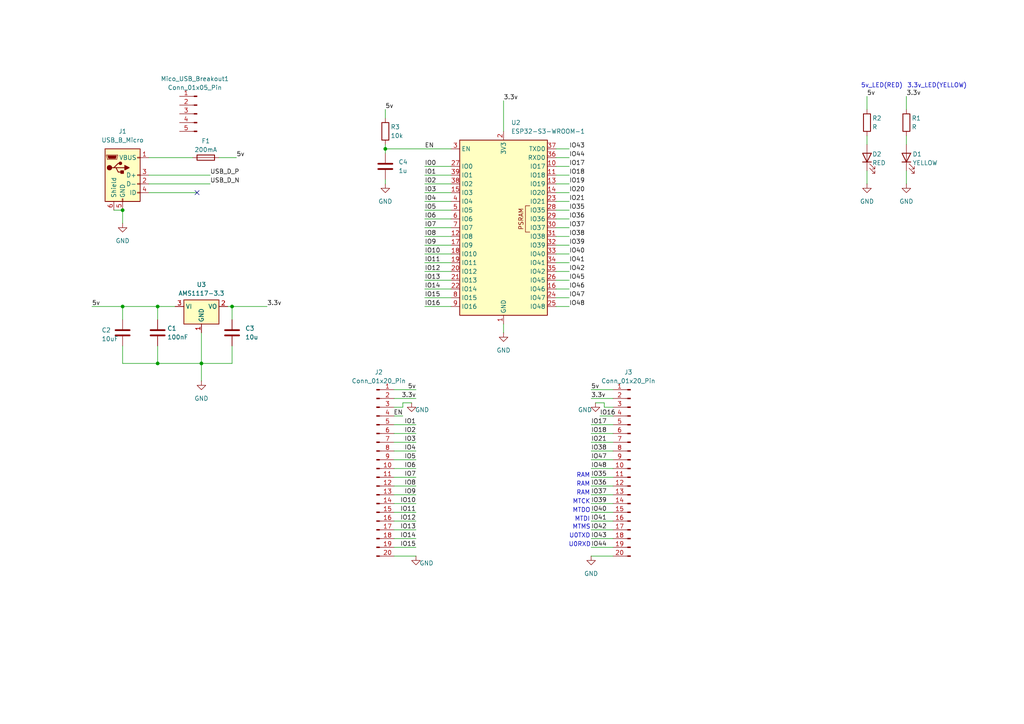
<source format=kicad_sch>
(kicad_sch (version 20231120) (generator "eeschema") (generator_version "8.0")
  (paper "A4")
  (lib_symbols
    (symbol "Connector:Conn_01x05_Pin" (pin_names (offset 1.016) hide)
      (property "Reference" "J" (at 0 7.62 0))
      (property "Value" "Conn_01x05_Pin" (at 0 -7.62 0))
      (symbol "Conn_01x05_Pin_1_1"
        (polyline (pts (xy 1.27 -5.08) (xy 0.8636 -5.08)) (stroke (width 0.1524)))
        (polyline (pts (xy 1.27 -2.54) (xy 0.8636 -2.54)) (stroke (width 0.1524)))
        (polyline (pts (xy 1.27 0) (xy 0.8636 0)) (stroke (width 0.1524)))
        (polyline (pts (xy 1.27 2.54) (xy 0.8636 2.54)) (stroke (width 0.1524)))
        (polyline (pts (xy 1.27 5.08) (xy 0.8636 5.08)) (stroke (width 0.1524)))
        (rectangle (start 0.8636 -4.953) (end 0 -5.207) (stroke (width 0.1524)) (fill (type outline)))
        (rectangle (start 0.8636 -2.413) (end 0 -2.667) (stroke (width 0.1524)) (fill (type outline)))
        (rectangle (start 0.8636 0.127) (end 0 -0.127) (stroke (width 0.1524)) (fill (type outline)))
        (rectangle (start 0.8636 2.667) (end 0 2.413) (stroke (width 0.1524)) (fill (type outline)))
        (rectangle (start 0.8636 5.207) (end 0 4.953) (stroke (width 0.1524)) (fill (type outline)))
        (pin passive line (at 5.08 5.08 180) (length 3.81) (name "Pin_1") (number "1"))
        (pin passive line (at 5.08 2.54 180) (length 3.81) (name "Pin_2") (number "2"))
        (pin passive line (at 5.08 0 180) (length 3.81) (name "Pin_3") (number "3"))
        (pin passive line (at 5.08 -2.54 180) (length 3.81) (name "Pin_4") (number "4"))
        (pin passive line (at 5.08 -5.08 180) (length 3.81) (name "Pin_5") (number "5"))
      )
    )
    (symbol "Connector:Conn_01x20_Pin" (pin_names (offset 1.016) hide)
      (property "Reference" "J" (at 0 25.4 0))
      (property "Value" "Conn_01x20_Pin" (at 0 -27.94 0))
      (symbol "Conn_01x20_Pin_1_1"
        (polyline (pts (xy 1.27 -25.4) (xy 0.8636 -25.4)) (stroke (width 0.1524)))
        (polyline (pts (xy 1.27 -22.86) (xy 0.8636 -22.86)) (stroke (width 0.1524)))
        (polyline (pts (xy 1.27 -20.32) (xy 0.8636 -20.32)) (stroke (width 0.1524)))
        (polyline (pts (xy 1.27 -17.78) (xy 0.8636 -17.78)) (stroke (width 0.1524)))
        (polyline (pts (xy 1.27 -15.24) (xy 0.8636 -15.24)) (stroke (width 0.1524)))
        (polyline (pts (xy 1.27 -12.7) (xy 0.8636 -12.7)) (stroke (width 0.1524)))
        (polyline (pts (xy 1.27 -10.16) (xy 0.8636 -10.16)) (stroke (width 0.1524)))
        (polyline (pts (xy 1.27 -7.62) (xy 0.8636 -7.62)) (stroke (width 0.1524)))
        (polyline (pts (xy 1.27 -5.08) (xy 0.8636 -5.08)) (stroke (width 0.1524)))
        (polyline (pts (xy 1.27 -2.54) (xy 0.8636 -2.54)) (stroke (width 0.1524)))
        (polyline (pts (xy 1.27 0) (xy 0.8636 0)) (stroke (width 0.1524)))
        (polyline (pts (xy 1.27 2.54) (xy 0.8636 2.54)) (stroke (width 0.1524)))
        (polyline (pts (xy 1.27 5.08) (xy 0.8636 5.08)) (stroke (width 0.1524)))
        (polyline (pts (xy 1.27 7.62) (xy 0.8636 7.62)) (stroke (width 0.1524)))
        (polyline (pts (xy 1.27 10.16) (xy 0.8636 10.16)) (stroke (width 0.1524)))
        (polyline (pts (xy 1.27 12.7) (xy 0.8636 12.7)) (stroke (width 0.1524)))
        (polyline (pts (xy 1.27 15.24) (xy 0.8636 15.24)) (stroke (width 0.1524)))
        (polyline (pts (xy 1.27 17.78) (xy 0.8636 17.78)) (stroke (width 0.1524)))
        (polyline (pts (xy 1.27 20.32) (xy 0.8636 20.32)) (stroke (width 0.1524)))
        (polyline (pts (xy 1.27 22.86) (xy 0.8636 22.86)) (stroke (width 0.1524)))
        (rectangle (start 0.8636 -25.273) (end 0 -25.527) (stroke (width 0.1524)) (fill (type outline)))
        (rectangle (start 0.8636 -22.733) (end 0 -22.987) (stroke (width 0.1524)) (fill (type outline)))
        (rectangle (start 0.8636 -20.193) (end 0 -20.447) (stroke (width 0.1524)) (fill (type outline)))
        (rectangle (start 0.8636 -17.653) (end 0 -17.907) (stroke (width 0.1524)) (fill (type outline)))
        (rectangle (start 0.8636 -15.113) (end 0 -15.367) (stroke (width 0.1524)) (fill (type outline)))
        (rectangle (start 0.8636 -12.573) (end 0 -12.827) (stroke (width 0.1524)) (fill (type outline)))
        (rectangle (start 0.8636 -10.033) (end 0 -10.287) (stroke (width 0.1524)) (fill (type outline)))
        (rectangle (start 0.8636 -7.493) (end 0 -7.747) (stroke (width 0.1524)) (fill (type outline)))
        (rectangle (start 0.8636 -4.953) (end 0 -5.207) (stroke (width 0.1524)) (fill (type outline)))
        (rectangle (start 0.8636 -2.413) (end 0 -2.667) (stroke (width 0.1524)) (fill (type outline)))
        (rectangle (start 0.8636 0.127) (end 0 -0.127) (stroke (width 0.1524)) (fill (type outline)))
        (rectangle (start 0.8636 2.667) (end 0 2.413) (stroke (width 0.1524)) (fill (type outline)))
        (rectangle (start 0.8636 5.207) (end 0 4.953) (stroke (width 0.1524)) (fill (type outline)))
        (rectangle (start 0.8636 7.747) (end 0 7.493) (stroke (width 0.1524)) (fill (type outline)))
        (rectangle (start 0.8636 10.287) (end 0 10.033) (stroke (width 0.1524)) (fill (type outline)))
        (rectangle (start 0.8636 12.827) (end 0 12.573) (stroke (width 0.1524)) (fill (type outline)))
        (rectangle (start 0.8636 15.367) (end 0 15.113) (stroke (width 0.1524)) (fill (type outline)))
        (rectangle (start 0.8636 17.907) (end 0 17.653) (stroke (width 0.1524)) (fill (type outline)))
        (rectangle (start 0.8636 20.447) (end 0 20.193) (stroke (width 0.1524)) (fill (type outline)))
        (rectangle (start 0.8636 22.987) (end 0 22.733) (stroke (width 0.1524)) (fill (type outline)))
        (pin passive line (at 5.08 22.86 180) (length 3.81) (name "Pin_1") (number "1"))
        (pin passive line (at 5.08 0 180) (length 3.81) (name "Pin_10") (number "10"))
        (pin passive line (at 5.08 -2.54 180) (length 3.81) (name "Pin_11") (number "11"))
        (pin passive line (at 5.08 -5.08 180) (length 3.81) (name "Pin_12") (number "12"))
        (pin passive line (at 5.08 -7.62 180) (length 3.81) (name "Pin_13") (number "13"))
        (pin passive line (at 5.08 -10.16 180) (length 3.81) (name "Pin_14") (number "14"))
        (pin passive line (at 5.08 -12.7 180) (length 3.81) (name "Pin_15") (number "15"))
        (pin passive line (at 5.08 -15.24 180) (length 3.81) (name "Pin_16") (number "16"))
        (pin passive line (at 5.08 -17.78 180) (length 3.81) (name "Pin_17") (number "17"))
        (pin passive line (at 5.08 -20.32 180) (length 3.81) (name "Pin_18") (number "18"))
        (pin passive line (at 5.08 -22.86 180) (length 3.81) (name "Pin_19") (number "19"))
        (pin passive line (at 5.08 20.32 180) (length 3.81) (name "Pin_2") (number "2"))
        (pin passive line (at 5.08 -25.4 180) (length 3.81) (name "Pin_20") (number "20"))
        (pin passive line (at 5.08 17.78 180) (length 3.81) (name "Pin_3") (number "3"))
        (pin passive line (at 5.08 15.24 180) (length 3.81) (name "Pin_4") (number "4"))
        (pin passive line (at 5.08 12.7 180) (length 3.81) (name "Pin_5") (number "5"))
        (pin passive line (at 5.08 10.16 180) (length 3.81) (name "Pin_6") (number "6"))
        (pin passive line (at 5.08 7.62 180) (length 3.81) (name "Pin_7") (number "7"))
        (pin passive line (at 5.08 5.08 180) (length 3.81) (name "Pin_8") (number "8"))
        (pin passive line (at 5.08 2.54 180) (length 3.81) (name "Pin_9") (number "9"))
      )
    )
    (symbol "Connector:USB_B_Micro" (pin_names (offset 1.016))
      (property "Reference" "J" (at -5.08 11.43 0))
      (property "Value" "USB_B_Micro" (at -5.08 8.89 0))
      (symbol "USB_B_Micro_0_1"
        (rectangle (start -5.08 -7.62) (end 5.08 7.62) (stroke (width 0.254)) (fill (type background)))
        (circle (center -3.81 2.159) (radius 0.635) (stroke (width 0.254)) (fill (type outline)))
        (circle (center -0.635 3.429) (radius 0.381) (stroke (width 0.254)) (fill (type outline)))
        (rectangle (start -0.127 -7.62) (end 0.127 -6.858))
        (polyline (pts (xy -1.905 2.159) (xy 0.635 2.159)) (stroke (width 0.254)))
        (polyline (pts (xy -3.175 2.159) (xy -2.54 2.159) (xy -1.27 3.429) (xy -0.635 3.429)) (stroke (width 0.254)))
        (polyline (pts (xy -2.54 2.159) (xy -1.905 2.159) (xy -1.27 0.889) (xy 0 0.889)) (stroke (width 0.254)))
        (polyline (pts (xy 0.635 2.794) (xy 0.635 1.524) (xy 1.905 2.159) (xy 0.635 2.794)) (stroke (width 0.254)) (fill (type outline)))
        (polyline (pts (xy -4.318 5.588) (xy -1.778 5.588) (xy -2.032 4.826) (xy -4.064 4.826) (xy -4.318 5.588)) (fill (type outline)))
        (polyline (pts (xy -4.699 5.842) (xy -4.699 5.588) (xy -4.445 4.826) (xy -4.445 4.572) (xy -1.651 4.572) (xy -1.651 4.826) (xy -1.397 5.588) (xy -1.397 5.842) (xy -4.699 5.842)))
        (rectangle (start 0.254 1.27) (end -0.508 0.508) (stroke (width 0.254)) (fill (type outline)))
        (rectangle (start 5.08 -5.207) (end 4.318 -4.953))
        (rectangle (start 5.08 -2.667) (end 4.318 -2.413))
        (rectangle (start 5.08 -0.127) (end 4.318 0.127))
        (rectangle (start 5.08 4.953) (end 4.318 5.207))
      )
      (symbol "USB_B_Micro_1_1"
        (pin power_out line (at 7.62 5.08 180) (length 2.54) (name "VBUS") (number "1"))
        (pin bidirectional line (at 7.62 -2.54 180) (length 2.54) (name "D-") (number "2"))
        (pin bidirectional line (at 7.62 0 180) (length 2.54) (name "D+") (number "3"))
        (pin passive line (at 7.62 -5.08 180) (length 2.54) (name "ID") (number "4"))
        (pin power_out line (at 0 -10.16 90) (length 2.54) (name "GND") (number "5"))
        (pin passive line (at -2.54 -10.16 90) (length 2.54) (name "Shield") (number "6"))
      )
    )
    (symbol "Device:C" (pin_numbers hide) (pin_names (offset 0.254))
      (property "Reference" "C" (at 0.635 2.54 0))
      (property "Value" "C" (at 0.635 -2.54 0))
      (symbol "C_0_1"
        (polyline (pts (xy -2.032 -0.762) (xy 2.032 -0.762)) (stroke (width 0.508)))
        (polyline (pts (xy -2.032 0.762) (xy 2.032 0.762)) (stroke (width 0.508)))
      )
      (symbol "C_1_1"
        (pin passive line (at 0 3.81 270) (length 2.794) (name "~") (number "1"))
        (pin passive line (at 0 -3.81 90) (length 2.794) (name "~") (number "2"))
      )
    )
    (symbol "Device:Fuse" (pin_numbers hide) (pin_names (offset 0))
      (property "Reference" "F" (at 2.032 0 90))
      (property "Value" "Fuse" (at -1.905 0 90))
      (symbol "Fuse_0_1"
        (rectangle (start -0.762 -2.54) (end 0.762 2.54) (stroke (width 0.254)))
        (polyline (pts (xy 0 2.54) (xy 0 -2.54)))
      )
      (symbol "Fuse_1_1"
        (pin passive line (at 0 3.81 270) (length 1.27) (name "~") (number "1"))
        (pin passive line (at 0 -3.81 90) (length 1.27) (name "~") (number "2"))
      )
    )
    (symbol "Device:LED" (pin_numbers hide) (pin_names (offset 1.016) hide)
      (property "Reference" "D" (at 0 2.54 0))
      (property "Value" "LED" (at 0 -2.54 0))
      (symbol "LED_0_1"
        (polyline (pts (xy -1.27 -1.27) (xy -1.27 1.27)) (stroke (width 0.254)))
        (polyline (pts (xy -1.27 0) (xy 1.27 0)))
        (polyline (pts (xy 1.27 -1.27) (xy 1.27 1.27) (xy -1.27 0) (xy 1.27 -1.27)) (stroke (width 0.254)))
        (polyline (pts (xy -3.048 -0.762) (xy -4.572 -2.286) (xy -3.81 -2.286) (xy -4.572 -2.286) (xy -4.572 -1.524)))
        (polyline (pts (xy -1.778 -0.762) (xy -3.302 -2.286) (xy -2.54 -2.286) (xy -3.302 -2.286) (xy -3.302 -1.524)))
      )
      (symbol "LED_1_1"
        (pin passive line (at -3.81 0 0) (length 2.54) (name "K") (number "1"))
        (pin passive line (at 3.81 0 180) (length 2.54) (name "A") (number "2"))
      )
    )
    (symbol "Device:R" (pin_numbers hide) (pin_names (offset 0))
      (property "Reference" "R" (at 2.032 0 90))
      (property "Value" "R" (at 0 0 90))
      (symbol "R_0_1"
        (rectangle (start -1.016 -2.54) (end 1.016 2.54) (stroke (width 0.254)))
      )
      (symbol "R_1_1"
        (pin passive line (at 0 3.81 270) (length 1.27) (name "~") (number "1"))
        (pin passive line (at 0 -3.81 90) (length 1.27) (name "~") (number "2"))
      )
    )
    (symbol "RF_Module:ESP32-S3-WROOM-1"
      (property "Reference" "U" (at -12.7 26.67 0))
      (property "Value" "ESP32-S3-WROOM-1" (at 12.7 26.67 0))
      (symbol "ESP32-S3-WROOM-1_0_0"
        (rectangle (start -12.7 25.4) (end 12.7 -25.4) (stroke (width 0.254)) (fill (type background)))
        (text "PSRAM" (at 5.08 2.54 900) (effects (font (size 1.27 1.27))))
      )
      (symbol "ESP32-S3-WROOM-1_0_1"
        (polyline (pts (xy 7.62 -1.27) (xy 6.35 -1.27) (xy 6.35 6.35) (xy 7.62 6.35)))
      )
      (symbol "ESP32-S3-WROOM-1_1_1"
        (pin power_in line (at 0 -27.94 90) (length 2.54) (name "GND") (number "1"))
        (pin bidirectional line (at 15.24 17.78 180) (length 2.54) (name "IO17") (number "10"))
        (pin bidirectional line (at 15.24 15.24 180) (length 2.54) (name "IO18") (number "11"))
        (pin bidirectional line (at -15.24 -2.54 0) (length 2.54) (name "IO8") (number "12"))
        (pin bidirectional line (at 15.24 12.7 180) (length 2.54) (name "IO19") (number "13"))
        (pin bidirectional line (at 15.24 10.16 180) (length 2.54) (name "IO20") (number "14"))
        (pin bidirectional line (at -15.24 10.16 0) (length 2.54) (name "IO3") (number "15"))
        (pin bidirectional line (at 15.24 -17.78 180) (length 2.54) (name "IO46") (number "16"))
        (pin bidirectional line (at -15.24 -5.08 0) (length 2.54) (name "IO9") (number "17"))
        (pin bidirectional line (at -15.24 -7.62 0) (length 2.54) (name "IO10") (number "18"))
        (pin bidirectional line (at -15.24 -10.16 0) (length 2.54) (name "IO11") (number "19"))
        (pin power_in line (at 0 27.94 270) (length 2.54) (name "3V3") (number "2"))
        (pin bidirectional line (at -15.24 -12.7 0) (length 2.54) (name "IO12") (number "20"))
        (pin bidirectional line (at -15.24 -15.24 0) (length 2.54) (name "IO13") (number "21"))
        (pin bidirectional line (at -15.24 -17.78 0) (length 2.54) (name "IO14") (number "22"))
        (pin bidirectional line (at 15.24 7.62 180) (length 2.54) (name "IO21") (number "23"))
        (pin bidirectional line (at 15.24 -20.32 180) (length 2.54) (name "IO47") (number "24"))
        (pin bidirectional line (at 15.24 -22.86 180) (length 2.54) (name "IO48") (number "25"))
        (pin bidirectional line (at 15.24 -15.24 180) (length 2.54) (name "IO45") (number "26"))
        (pin bidirectional line (at -15.24 17.78 0) (length 2.54) (name "IO0") (number "27"))
        (pin bidirectional line (at 15.24 5.08 180) (length 2.54) (name "IO35") (number "28"))
        (pin bidirectional line (at 15.24 2.54 180) (length 2.54) (name "IO36") (number "29"))
        (pin input line (at -15.24 22.86 0) (length 2.54) (name "EN") (number "3"))
        (pin bidirectional line (at 15.24 0 180) (length 2.54) (name "IO37") (number "30"))
        (pin bidirectional line (at 15.24 -2.54 180) (length 2.54) (name "IO38") (number "31"))
        (pin bidirectional line (at 15.24 -5.08 180) (length 2.54) (name "IO39") (number "32"))
        (pin bidirectional line (at 15.24 -7.62 180) (length 2.54) (name "IO40") (number "33"))
        (pin bidirectional line (at 15.24 -10.16 180) (length 2.54) (name "IO41") (number "34"))
        (pin bidirectional line (at 15.24 -12.7 180) (length 2.54) (name "IO42") (number "35"))
        (pin bidirectional line (at 15.24 20.32 180) (length 2.54) (name "RXD0") (number "36"))
        (pin bidirectional line (at 15.24 22.86 180) (length 2.54) (name "TXD0") (number "37"))
        (pin bidirectional line (at -15.24 12.7 0) (length 2.54) (name "IO2") (number "38"))
        (pin bidirectional line (at -15.24 15.24 0) (length 2.54) (name "IO1") (number "39"))
        (pin bidirectional line (at -15.24 7.62 0) (length 2.54) (name "IO4") (number "4"))
        (pin passive line (at 0 -27.94 90) (length 2.54) hide (name "GND") (number "40"))
        (pin passive line (at 0 -27.94 90) (length 2.54) hide (name "GND") (number "41"))
        (pin bidirectional line (at -15.24 5.08 0) (length 2.54) (name "IO5") (number "5"))
        (pin bidirectional line (at -15.24 2.54 0) (length 2.54) (name "IO6") (number "6"))
        (pin bidirectional line (at -15.24 0 0) (length 2.54) (name "IO7") (number "7"))
        (pin bidirectional line (at -15.24 -20.32 0) (length 2.54) (name "IO15") (number "8"))
        (pin bidirectional line (at -15.24 -22.86 0) (length 2.54) (name "IO16") (number "9"))
      )
    )
    (symbol "Regulator_Linear:AMS1117-3.3"
      (property "Reference" "U" (at -3.81 3.175 0))
      (property "Value" "AMS1117-3.3" (at 0 3.175 0))
      (symbol "AMS1117-3.3_0_1"
        (rectangle (start -5.08 -5.08) (end 5.08 1.905) (stroke (width 0.254)) (fill (type background)))
      )
      (symbol "AMS1117-3.3_1_1"
        (pin power_in line (at 0 -7.62 90) (length 2.54) (name "GND") (number "1"))
        (pin power_out line (at 7.62 0 180) (length 2.54) (name "VO") (number "2"))
        (pin power_in line (at -7.62 0 0) (length 2.54) (name "VI") (number "3"))
      )
    )
    (symbol "power:GND" (power) (pin_numbers hide) (pin_names (offset 0) hide)
      (property "Value" "GND" (at 0 -3.81 0))
      (symbol "GND_0_1"
        (polyline (pts (xy 0 0) (xy 0 -1.27) (xy 1.27 -1.27) (xy 0 -2.54) (xy -1.27 -1.27) (xy 0 -1.27)))
      )
      (symbol "GND_1_1"
        (pin power_in line (at 0 0 270) (length 0) (name "~") (number "1"))
      )
    )
  )
  (junction (at 45.72 105.41))
  (junction (at 45.72 88.9))
  (junction (at 35.56 60.96))
  (junction (at 58.42 105.41))
  (junction (at 35.56 88.9))
  (junction (at 67.31 88.9))
  (junction (at 111.76 43.18))
  (no_connect (at 57.15 55.88))
  (wire (pts (xy 114.3 125.73) (xy 120.65 125.73)))
  (wire (pts (xy 161.29 45.72) (xy 165.1 45.72)))
  (wire (pts (xy 123.19 53.34) (xy 130.81 53.34)))
  (wire (pts (xy 161.29 73.66) (xy 165.1 73.66)))
  (wire (pts (xy 45.72 100.33) (xy 45.72 105.41)))
  (wire (pts (xy 114.3 158.75) (xy 120.65 158.75)))
  (wire (pts (xy 114.3 123.19) (xy 120.65 123.19)))
  (wire (pts (xy 262.89 49.53) (xy 262.89 53.34)))
  (wire (pts (xy 123.19 58.42) (xy 130.81 58.42)))
  (wire (pts (xy 43.18 53.34) (xy 60.96 53.34)))
  (wire (pts (xy 45.72 105.41) (xy 58.42 105.41)))
  (wire (pts (xy 33.02 60.96) (xy 35.56 60.96)))
  (wire (pts (xy 123.19 60.96) (xy 130.81 60.96)))
  (wire (pts (xy 111.76 31.75) (xy 111.76 34.29)))
  (wire (pts (xy 171.45 133.35) (xy 177.8 133.35)))
  (wire (pts (xy 43.18 50.8) (xy 60.96 50.8)))
  (wire (pts (xy 171.45 135.89) (xy 177.8 135.89)))
  (wire (pts (xy 161.29 58.42) (xy 165.1 58.42)))
  (wire (pts (xy 67.31 88.9) (xy 66.04 88.9)))
  (wire (pts (xy 161.29 48.26) (xy 165.1 48.26)))
  (wire (pts (xy 114.3 143.51) (xy 120.65 143.51)))
  (wire (pts (xy 146.05 29.21) (xy 146.05 38.1)))
  (wire (pts (xy 35.56 60.96) (xy 35.56 64.77)))
  (wire (pts (xy 177.8 118.11) (xy 175.26 118.11)))
  (wire (pts (xy 161.29 55.88) (xy 165.1 55.88)))
  (wire (pts (xy 123.19 73.66) (xy 130.81 73.66)))
  (wire (pts (xy 171.45 125.73) (xy 177.8 125.73)))
  (wire (pts (xy 177.8 113.03) (xy 171.45 113.03)))
  (wire (pts (xy 123.19 71.12) (xy 130.81 71.12)))
  (wire (pts (xy 114.3 161.29) (xy 120.65 161.29)))
  (wire (pts (xy 43.18 45.72) (xy 55.88 45.72)))
  (wire (pts (xy 123.19 48.26) (xy 130.81 48.26)))
  (wire (pts (xy 161.29 66.04) (xy 165.1 66.04)))
  (wire (pts (xy 63.5 45.72) (xy 68.58 45.72)))
  (wire (pts (xy 45.72 88.9) (xy 45.72 92.71)))
  (wire (pts (xy 123.19 76.2) (xy 130.81 76.2)))
  (wire (pts (xy 114.3 128.27) (xy 120.65 128.27)))
  (wire (pts (xy 171.45 143.51) (xy 177.8 143.51)))
  (wire (pts (xy 171.45 151.13) (xy 177.8 151.13)))
  (wire (pts (xy 171.45 153.67) (xy 177.8 153.67)))
  (wire (pts (xy 58.42 96.52) (xy 58.42 105.41)))
  (wire (pts (xy 123.19 88.9) (xy 130.81 88.9)))
  (wire (pts (xy 173.99 120.65) (xy 177.8 120.65)))
  (wire (pts (xy 123.19 86.36) (xy 130.81 86.36)))
  (wire (pts (xy 114.3 153.67) (xy 120.65 153.67)))
  (wire (pts (xy 161.29 53.34) (xy 165.1 53.34)))
  (wire (pts (xy 175.26 116.84) (xy 175.26 118.11)))
  (wire (pts (xy 171.45 140.97) (xy 177.8 140.97)))
  (wire (pts (xy 251.46 49.53) (xy 251.46 53.34)))
  (wire (pts (xy 26.67 88.9) (xy 35.56 88.9)))
  (wire (pts (xy 114.3 133.35) (xy 120.65 133.35)))
  (wire (pts (xy 123.19 81.28) (xy 130.81 81.28)))
  (wire (pts (xy 114.3 156.21) (xy 120.65 156.21)))
  (wire (pts (xy 171.45 123.19) (xy 177.8 123.19)))
  (wire (pts (xy 123.19 68.58) (xy 130.81 68.58)))
  (wire (pts (xy 123.19 50.8) (xy 130.81 50.8)))
  (wire (pts (xy 262.89 39.37) (xy 262.89 41.91)))
  (wire (pts (xy 114.3 113.03) (xy 120.65 113.03)))
  (wire (pts (xy 114.3 140.97) (xy 120.65 140.97)))
  (wire (pts (xy 171.45 158.75) (xy 177.8 158.75)))
  (wire (pts (xy 171.45 148.59) (xy 177.8 148.59)))
  (wire (pts (xy 171.45 156.21) (xy 177.8 156.21)))
  (wire (pts (xy 58.42 105.41) (xy 58.42 110.49)))
  (wire (pts (xy 114.3 148.59) (xy 120.65 148.59)))
  (wire (pts (xy 171.45 138.43) (xy 177.8 138.43)))
  (wire (pts (xy 67.31 88.9) (xy 77.47 88.9)))
  (wire (pts (xy 146.05 93.98) (xy 146.05 96.52)))
  (wire (pts (xy 114.3 151.13) (xy 120.65 151.13)))
  (wire (pts (xy 116.84 116.84) (xy 116.84 118.11)))
  (wire (pts (xy 251.46 27.94) (xy 251.46 31.75)))
  (wire (pts (xy 177.8 115.57) (xy 171.45 115.57)))
  (wire (pts (xy 161.29 83.82) (xy 165.1 83.82)))
  (wire (pts (xy 35.56 88.9) (xy 45.72 88.9)))
  (wire (pts (xy 114.3 120.65) (xy 116.84 120.65)))
  (wire (pts (xy 161.29 88.9) (xy 165.1 88.9)))
  (wire (pts (xy 111.76 43.18) (xy 111.76 44.45)))
  (wire (pts (xy 45.72 88.9) (xy 50.8 88.9)))
  (wire (pts (xy 111.76 43.18) (xy 130.81 43.18)))
  (wire (pts (xy 161.29 68.58) (xy 165.1 68.58)))
  (wire (pts (xy 161.29 60.96) (xy 165.1 60.96)))
  (wire (pts (xy 161.29 78.74) (xy 165.1 78.74)))
  (wire (pts (xy 114.3 138.43) (xy 120.65 138.43)))
  (wire (pts (xy 171.45 128.27) (xy 177.8 128.27)))
  (wire (pts (xy 161.29 71.12) (xy 165.1 71.12)))
  (wire (pts (xy 35.56 105.41) (xy 45.72 105.41)))
  (wire (pts (xy 43.18 55.88) (xy 57.15 55.88)))
  (wire (pts (xy 161.29 76.2) (xy 165.1 76.2)))
  (wire (pts (xy 161.29 43.18) (xy 165.1 43.18)))
  (wire (pts (xy 67.31 88.9) (xy 67.31 92.71)))
  (wire (pts (xy 171.45 161.29) (xy 177.8 161.29)))
  (wire (pts (xy 262.89 27.94) (xy 262.89 31.75)))
  (wire (pts (xy 123.19 63.5) (xy 130.81 63.5)))
  (wire (pts (xy 123.19 83.82) (xy 130.81 83.82)))
  (wire (pts (xy 161.29 50.8) (xy 165.1 50.8)))
  (wire (pts (xy 161.29 63.5) (xy 165.1 63.5)))
  (wire (pts (xy 114.3 118.11) (xy 116.84 118.11)))
  (wire (pts (xy 58.42 105.41) (xy 67.31 105.41)))
  (wire (pts (xy 111.76 52.07) (xy 111.76 53.34)))
  (wire (pts (xy 123.19 55.88) (xy 130.81 55.88)))
  (wire (pts (xy 119.38 116.84) (xy 116.84 116.84)))
  (wire (pts (xy 35.56 88.9) (xy 35.56 92.71)))
  (wire (pts (xy 171.45 146.05) (xy 177.8 146.05)))
  (wire (pts (xy 251.46 39.37) (xy 251.46 41.91)))
  (wire (pts (xy 172.72 116.84) (xy 175.26 116.84)))
  (wire (pts (xy 123.19 66.04) (xy 130.81 66.04)))
  (wire (pts (xy 114.3 115.57) (xy 120.65 115.57)))
  (wire (pts (xy 123.19 78.74) (xy 130.81 78.74)))
  (wire (pts (xy 171.45 130.81) (xy 177.8 130.81)))
  (wire (pts (xy 161.29 86.36) (xy 165.1 86.36)))
  (wire (pts (xy 35.56 100.33) (xy 35.56 105.41)))
  (wire (pts (xy 114.3 146.05) (xy 120.65 146.05)))
  (wire (pts (xy 114.3 130.81) (xy 120.65 130.81)))
  (wire (pts (xy 67.31 100.33) (xy 67.31 105.41)))
  (wire (pts (xy 114.3 135.89) (xy 120.65 135.89)))
  (wire (pts (xy 111.76 41.91) (xy 111.76 43.18)))
  (wire (pts (xy 161.29 81.28) (xy 165.1 81.28)))
  (text "5v_LED(RED)" (at 255.778 24.892 0) (effects (font (size 1.27 1.27))))
  (text "RAM" (at 169.164 140.462 0) (effects (font (size 1.27 1.27))))
  (text "MTDO" (at 168.656 148.082 0) (effects (font (size 1.27 1.27))))
  (text "MTDI" (at 168.91 150.622 0) (effects (font (size 1.27 1.27))))
  (text "U0TXD" (at 168.148 155.448 0) (effects (font (size 1.27 1.27))))
  (text "MTCK" (at 168.656 145.542 0) (effects (font (size 1.27 1.27))))
  (text "3.3v_LED(YELLOW)" (at 271.78 24.892 0) (effects (font (size 1.27 1.27))))
  (text "MTMS" (at 168.656 152.908 0) (effects (font (size 1.27 1.27))))
  (text "RAM" (at 169.164 143.002 0) (effects (font (size 1.27 1.27))))
  (text "RAM" (at 169.164 137.922 0) (effects (font (size 1.27 1.27))))
  (text "U0RXD" (at 168.148 157.988 0) (effects (font (size 1.27 1.27))))
  (label "IO41" (at 165.1 76.2 0))
  (label "IO11" (at 123.19 76.2 0))
  (label "3.3v" (at 77.47 88.9 0))
  (label "IO10" (at 120.65 146.05 180))
  (label "IO13" (at 120.65 153.67 180))
  (label "3.3v" (at 120.65 115.57 180))
  (label "IO46" (at 165.1 83.82 0))
  (label "IO47" (at 165.1 86.36 0))
  (label "IO40" (at 165.1 73.66 0))
  (label "IO0" (at 123.19 48.26 0))
  (label "IO35" (at 171.45 138.43 0))
  (label "IO44" (at 165.1 45.72 0))
  (label "IO48" (at 165.1 88.9 0))
  (label "EN" (at 116.84 120.65 180))
  (label "3.3v" (at 146.05 29.21 0))
  (label "IO36" (at 171.45 140.97 0))
  (label "IO45" (at 165.1 81.28 0))
  (label "3.3v" (at 262.89 27.94 0))
  (label "IO48" (at 171.45 135.89 0))
  (label "IO7" (at 120.65 138.43 180))
  (label "IO21" (at 165.1 58.42 0))
  (label "IO6" (at 120.65 135.89 180))
  (label "USB_D_P" (at 60.96 50.8 0))
  (label "IO15" (at 120.65 158.75 180))
  (label "IO12" (at 123.19 78.74 0))
  (label "IO43" (at 171.45 156.21 0))
  (label "IO5" (at 120.65 133.35 180))
  (label "IO36" (at 165.1 63.5 0))
  (label "IO37" (at 165.1 66.04 0))
  (label "IO4" (at 120.65 130.81 180))
  (label "IO38" (at 165.1 68.58 0))
  (label "IO2" (at 123.19 53.34 0))
  (label "IO38" (at 171.45 130.81 0))
  (label "IO12" (at 120.65 151.13 180))
  (label "IO17" (at 171.45 123.19 0))
  (label "IO37" (at 171.45 143.51 0))
  (label "EN" (at 123.19 43.18 0))
  (label "5v" (at 68.58 45.72 0))
  (label "5v" (at 251.46 27.94 0))
  (label "IO18" (at 171.45 125.73 0))
  (label "5v" (at 120.65 113.03 180))
  (label "USB_D_N" (at 60.96 53.34 0))
  (label "IO14" (at 120.65 156.21 180))
  (label "IO35" (at 165.1 60.96 0))
  (label "IO44" (at 171.45 158.75 0))
  (label "5v" (at 111.76 31.75 0))
  (label "IO8" (at 120.65 140.97 180))
  (label "IO42" (at 171.45 153.67 0))
  (label "IO16" (at 173.99 120.65 0))
  (label "IO39" (at 165.1 71.12 0))
  (label "3.3v" (at 171.45 115.57 0))
  (label "IO1" (at 120.65 123.19 180))
  (label "IO39" (at 171.45 146.05 0))
  (label "IO1" (at 123.19 50.8 0))
  (label "IO20" (at 165.1 55.88 0))
  (label "IO10" (at 123.19 73.66 0))
  (label "IO42" (at 165.1 78.74 0))
  (label "IO9" (at 123.19 71.12 0))
  (label "IO14" (at 123.19 83.82 0))
  (label "IO40" (at 171.45 148.59 0))
  (label "IO9" (at 120.65 143.51 180))
  (label "IO21" (at 171.45 128.27 0))
  (label "IO15" (at 123.19 86.36 0))
  (label "5v" (at 171.45 113.03 0))
  (label "IO11" (at 120.65 148.59 180))
  (label "IO41" (at 171.45 151.13 0))
  (label "IO13" (at 123.19 81.28 0))
  (label "IO19" (at 165.1 53.34 0))
  (label "IO16" (at 123.19 88.9 0))
  (label "IO8" (at 123.19 68.58 0))
  (label "IO2" (at 120.65 125.73 180))
  (label "IO7" (at 123.19 66.04 0))
  (label "IO17" (at 165.1 48.26 0))
  (label "IO5" (at 123.19 60.96 0))
  (label "IO18" (at 165.1 50.8 0))
  (label "5v" (at 26.67 88.9 0))
  (label "IO6" (at 123.19 63.5 0))
  (label "IO3" (at 120.65 128.27 180))
  (label "IO3" (at 123.19 55.88 0))
  (label "IO43" (at 165.1 43.18 0))
  (label "IO4" (at 123.19 58.42 0))
  (label "IO47" (at 171.45 133.35 0))
  (symbol (lib_id "Device:C") (at 67.31 96.52 0) (unit 1)
    (property "Reference" "C3" (at 71.12 95.2499 0) (effects (justify left)))
    (property "Value" "10u" (at 71.12 97.7899 0) (effects (justify left)))
    (property "Footprint" "Capacitor_SMD:C_1206_3216Metric_Pad1.33x1.80mm_HandSolder" (effects (hide yes)))
    (property "Description" "Unpolarized capacitor" (effects (hide yes)))
  )
  (symbol (lib_id "power:GND") (at 58.42 110.49 0) (unit 1)
    (property "Reference" "#PWR04" (effects (hide yes)))
    (property "Value" "GND" (at 58.42 115.57 0))
    (property "Description" "Power symbol creates a global label with name \"GND\" , ground" (effects (hide yes)))
  )
  (symbol (lib_id "Device:Fuse") (at 59.69 45.72 90) (unit 1)
    (property "Reference" "F1" (at 59.69 40.894 90))
    (property "Value" "200mA" (at 59.69 43.434 90))
    (property "Footprint" "Fuse:Fuse_1206_3216Metric_Pad1.42x1.75mm_HandSolder" (effects (hide yes)))
    (property "Description" "Fuse" (effects (hide yes)))
  )
  (symbol (lib_id "Regulator_Linear:AMS1117-3.3") (at 58.42 88.9 0) (unit 1)
    (property "Reference" "U3" (at 58.42 82.55 0))
    (property "Value" "AMS1117-3.3" (at 58.42 85.09 0))
    (property "Footprint" "Package_TO_SOT_SMD:SOT-223-3_TabPin2" (effects (hide yes)))
    (property "Datasheet" "http://www.advanced-monolithic.com/pdf/ds1117.pdf" (effects (hide yes)))
    (property "Description" "1A Low Dropout regulator, positive, 3.3V fixed output, SOT-223" (effects (hide yes)))
  )
  (symbol (lib_id "Device:R") (at 251.46 35.56 0) (unit 1)
    (property "Reference" "R2" (at 252.984 34.29 0) (effects (justify left)))
    (property "Value" "R" (at 252.984 36.83 0) (effects (justify left)))
    (property "Footprint" "Resistor_SMD:R_1206_3216Metric_Pad1.30x1.75mm_HandSolder" (effects (hide yes)))
    (property "Description" "Resistor" (effects (hide yes)))
  )
  (symbol (lib_id "Device:LED") (at 251.46 45.72 90) (unit 1)
    (property "Reference" "D2" (at 252.984 44.704 90) (effects (justify right)))
    (property "Value" "RED" (at 252.984 47.244 90) (effects (justify right)))
    (property "Footprint" "LED_SMD:LED_0603_1608Metric_Pad1.05x0.95mm_HandSolder" (effects (hide yes)))
    (property "Description" "Light emitting diode" (effects (hide yes)))
  )
  (symbol (lib_id "power:GND") (at 111.76 53.34 0) (unit 1)
    (property "Reference" "#PWR06" (effects (hide yes)))
    (property "Value" "GND" (at 111.76 58.42 0))
    (property "Description" "Power symbol creates a global label with name \"GND\" , ground" (effects (hide yes)))
  )
  (symbol (lib_id "power:GND") (at 171.45 161.29 0) (unit 1)
    (property "Reference" "#PWR010" (effects (hide yes)))
    (property "Value" "GND" (at 171.45 166.37 0))
    (property "Description" "Power symbol creates a global label with name \"GND\" , ground" (effects (hide yes)))
  )
  (symbol (lib_id "power:GND") (at 120.65 161.29 0) (unit 1)
    (property "Reference" "#PWR09" (effects (hide yes)))
    (property "Value" "GND" (at 123.698 163.322 0))
    (property "Description" "Power symbol creates a global label with name \"GND\" , ground" (effects (hide yes)))
  )
  (symbol (lib_id "power:GND") (at 119.38 116.84 0) (unit 1)
    (property "Reference" "#PWR07" (effects (hide yes)))
    (property "Value" "GND" (at 122.428 118.872 0))
    (property "Description" "Power symbol creates a global label with name \"GND\" , ground" (effects (hide yes)))
  )
  (symbol (lib_id "power:GND") (at 262.89 53.34 0) (unit 1)
    (property "Reference" "#PWR01" (effects (hide yes)))
    (property "Value" "GND" (at 262.89 58.42 0))
    (property "Description" "Power symbol creates a global label with name \"GND\" , ground" (effects (hide yes)))
  )
  (symbol (lib_id "Device:R") (at 262.89 35.56 0) (unit 1)
    (property "Reference" "R1" (at 264.414 34.29 0) (effects (justify left)))
    (property "Value" "R" (at 264.414 36.83 0) (effects (justify left)))
    (property "Footprint" "Resistor_SMD:R_1206_3216Metric_Pad1.30x1.75mm_HandSolder" (effects (hide yes)))
    (property "Description" "Resistor" (effects (hide yes)))
  )
  (symbol (lib_id "Device:C") (at 45.72 96.52 0) (unit 1)
    (property "Reference" "C1" (at 48.514 95.25 0) (effects (justify left)))
    (property "Value" "100nF" (at 48.514 97.79 0) (effects (justify left)))
    (property "Footprint" "Capacitor_SMD:C_1206_3216Metric_Pad1.33x1.80mm_HandSolder" (effects (hide yes)))
    (property "Description" "Unpolarized capacitor" (effects (hide yes)))
  )
  (symbol (lib_id "Device:C") (at 35.56 96.52 0) (unit 1)
    (property "Reference" "C2" (at 29.464 95.758 0) (effects (justify left)))
    (property "Value" "10uF" (at 29.464 98.298 0) (effects (justify left)))
    (property "Footprint" "Capacitor_SMD:C_1206_3216Metric_Pad1.33x1.80mm_HandSolder" (effects (hide yes)))
    (property "Description" "Unpolarized capacitor" (effects (hide yes)))
  )
  (symbol (lib_id "Connector:Conn_01x20_Pin") (at 109.22 135.89 0) (unit 1)
    (property "Reference" "J2" (at 109.855 107.95 0))
    (property "Value" "Conn_01x20_Pin" (at 109.855 110.49 0))
    (property "Footprint" "Connector_PinSocket_2.54mm:PinSocket_1x20_P2.54mm_Vertical" (effects (hide yes)))
    (property "Description" "Generic connector, single row, 01x20, script generated" (effects (hide yes)))
  )
  (symbol (lib_id "power:GND") (at 35.56 64.77 0) (unit 1)
    (property "Reference" "#PWR03" (effects (hide yes)))
    (property "Value" "GND" (at 35.56 69.85 0))
    (property "Description" "Power symbol creates a global label with name \"GND\" , ground" (effects (hide yes)))
  )
  (symbol (lib_id "Connector:Conn_01x05_Pin") (at 57.15 33.02 0) (mirror y) (unit 1)
    (property "Reference" "Mico_USB_Breakout1" (at 56.515 22.86 0))
    (property "Value" "Conn_01x05_Pin" (at 56.515 25.4 0))
    (property "Footprint" "Connector_PinSocket_2.54mm:PinSocket_1x05_P2.54mm_Vertical" (effects (hide yes)))
    (property "Description" "Generic connector, single row, 01x05, script generated" (effects (hide yes)))
  )
  (symbol (lib_id "power:GND") (at 172.72 116.84 0) (mirror y) (unit 1)
    (property "Reference" "#PWR08" (effects (hide yes)))
    (property "Value" "GND" (at 169.672 118.872 0))
    (property "Description" "Power symbol creates a global label with name \"GND\" , ground" (effects (hide yes)))
  )
  (symbol (lib_id "Device:C") (at 111.76 48.26 0) (unit 1)
    (property "Reference" "C4" (at 115.57 46.9899 0) (effects (justify left)))
    (property "Value" "1u" (at 115.57 49.5299 0) (effects (justify left)))
    (property "Footprint" "Capacitor_SMD:C_1206_3216Metric_Pad1.33x1.80mm_HandSolder" (effects (hide yes)))
    (property "Description" "Unpolarized capacitor" (effects (hide yes)))
  )
  (symbol (lib_id "Connector:USB_B_Micro") (at 35.56 50.8 0) (unit 1)
    (property "Reference" "J1" (at 35.56 38.1 0))
    (property "Value" "USB_B_Micro" (at 35.56 40.64 0))
    (property "Footprint" "Connector_USB:USB_Micro-B_Amphenol_10103594-0001LF_Horizontal" (effects (hide yes)))
    (property "Description" "USB Micro Type B connector" (effects (hide yes)))
  )
  (symbol (lib_id "RF_Module:ESP32-S3-WROOM-1") (at 146.05 66.04 0) (unit 1)
    (property "Reference" "U2" (at 148.2441 35.56 0) (effects (justify left)))
    (property "Value" "ESP32-S3-WROOM-1" (at 148.2441 38.1 0) (effects (justify left)))
    (property "Footprint" "RF_Module:ESP32-S3-WROOM-1" (effects (hide yes)))
    (property "Datasheet" "https://www.espressif.com/sites/default/files/documentation/esp32-s3-wroom-1_wroom-1u_datasheet_en.pdf" (effects (hide yes)))
    (property "Description" "RF Module, ESP32-S3 SoC, Wi-Fi 802.11b/g/n, Bluetooth, BLE, 32-bit, 3.3V, onboard antenna, SMD" (effects (hide yes)))
  )
  (symbol (lib_id "Connector:Conn_01x20_Pin") (at 182.88 135.89 0) (mirror y) (unit 1)
    (property "Reference" "J3" (at 182.245 107.95 0))
    (property "Value" "Conn_01x20_Pin" (at 182.245 110.49 0))
    (property "Footprint" "Connector_PinSocket_2.54mm:PinSocket_1x20_P2.54mm_Vertical" (effects (hide yes)))
    (property "Description" "Generic connector, single row, 01x20, script generated" (effects (hide yes)))
  )
  (symbol (lib_id "power:GND") (at 251.46 53.34 0) (unit 1)
    (property "Reference" "#PWR02" (effects (hide yes)))
    (property "Value" "GND" (at 251.46 58.42 0))
    (property "Description" "Power symbol creates a global label with name \"GND\" , ground" (effects (hide yes)))
  )
  (symbol (lib_id "power:GND") (at 146.05 96.52 0) (unit 1)
    (property "Reference" "#PWR05" (effects (hide yes)))
    (property "Value" "GND" (at 146.05 101.6 0))
    (property "Description" "Power symbol creates a global label with name \"GND\" , ground" (effects (hide yes)))
  )
  (symbol (lib_id "Device:LED") (at 262.89 45.72 90) (unit 1)
    (property "Reference" "D1" (at 264.668 44.704 90) (effects (justify right)))
    (property "Value" "YELLOW" (at 264.668 47.244 90) (effects (justify right)))
    (property "Footprint" "LED_SMD:LED_0603_1608Metric_Pad1.05x0.95mm_HandSolder" (effects (hide yes)))
    (property "Description" "Light emitting diode" (effects (hide yes)))
  )
  (symbol (lib_id "Device:R") (at 111.76 38.1 0) (unit 1)
    (property "Reference" "R3" (at 113.284 36.83 0) (effects (justify left)))
    (property "Value" "10k" (at 113.284 39.37 0) (effects (justify left)))
    (property "Footprint" "Resistor_SMD:R_1206_3216Metric_Pad1.30x1.75mm_HandSolder" (effects (hide yes)))
    (property "Description" "Resistor" (effects (hide yes)))
  )
)
</source>
